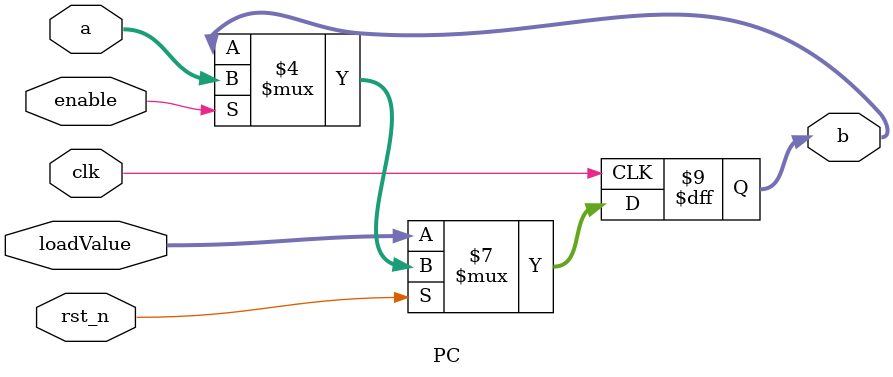
<source format=v>


// The result of translation follows.  Its copyright status should be
// considered unchanged from the original VHDL.

// no timescale needed

module PC(
input wire clk,
input wire rst_n,
input wire enable,
input wire [N - 1:0] loadValue,
input wire [N - 1:0] a,
output reg [N - 1:0] b
);

parameter [31:0] N = 32;




  always @(posedge clk) begin
    if((rst_n == 1'b0)) begin
      b <= loadValue;
    end
    else if((enable == 1'b1)) begin
      b <= a;
    end
  end


endmodule

</source>
